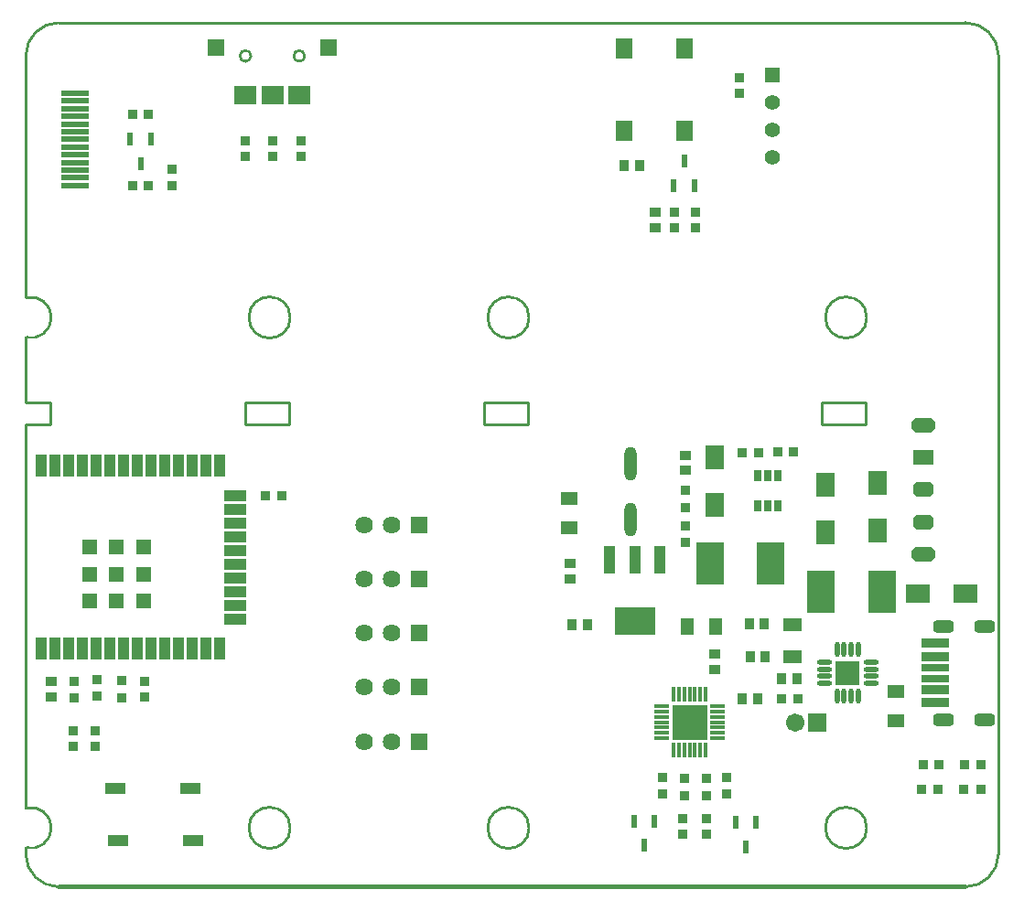
<source format=gts>
G04*
G04 #@! TF.GenerationSoftware,Altium Limited,Altium Designer,20.2.6 (244)*
G04*
G04 Layer_Color=8388736*
%FSLAX24Y24*%
%MOIN*%
G70*
G04*
G04 #@! TF.SameCoordinates,2017631A-D77C-4579-BA5B-B5A4186395AE*
G04*
G04*
G04 #@! TF.FilePolarity,Negative*
G04*
G01*
G75*
%ADD11C,0.0100*%
%ADD17C,0.0080*%
%ADD51R,0.0380X0.0358*%
%ADD52R,0.0249X0.0461*%
%ADD53R,0.0355X0.0355*%
%ADD54R,0.0355X0.0355*%
%ADD55R,0.0358X0.0380*%
%ADD56R,0.0900X0.0709*%
%ADD57R,0.1040X0.0355*%
%ADD58R,0.1040X0.0316*%
%ADD59R,0.0906X0.0906*%
%ADD60O,0.0540X0.0178*%
%ADD61O,0.0178X0.0540*%
%ADD62R,0.0355X0.0394*%
%ADD63R,0.0710X0.0515*%
%ADD64R,0.0394X0.0355*%
%ADD65R,0.1024X0.1536*%
%ADD66R,0.0709X0.0900*%
%ADD67R,0.0257X0.0434*%
%ADD68O,0.0440X0.1240*%
%ADD69O,0.0540X0.0150*%
%ADD70R,0.1280X0.1280*%
%ADD71O,0.0150X0.0540*%
%ADD72R,0.0512X0.0591*%
%ADD73R,0.1457X0.1012*%
%ADD74R,0.0426X0.1012*%
%ADD75R,0.0740X0.0440*%
%ADD76R,0.0640X0.0740*%
%ADD77R,0.0640X0.0640*%
%ADD78R,0.0790X0.0650*%
%ADD79R,0.1040X0.0200*%
%ADD80R,0.0827X0.0394*%
%ADD81R,0.0394X0.0827*%
%ADD82R,0.0564X0.0564*%
%ADD83R,0.0591X0.0512*%
G04:AMPARAMS|DCode=84|XSize=54mil|YSize=84mil|CornerRadius=0mil|HoleSize=0mil|Usage=FLASHONLY|Rotation=270.000|XOffset=0mil|YOffset=0mil|HoleType=Round|Shape=Octagon|*
%AMOCTAGOND84*
4,1,8,0.0420,0.0135,0.0420,-0.0135,0.0285,-0.0270,-0.0285,-0.0270,-0.0420,-0.0135,-0.0420,0.0135,-0.0285,0.0270,0.0285,0.0270,0.0420,0.0135,0.0*
%
%ADD84OCTAGOND84*%

%ADD85R,0.0740X0.0540*%
G04:AMPARAMS|DCode=86|XSize=54mil|YSize=74mil|CornerRadius=0mil|HoleSize=0mil|Usage=FLASHONLY|Rotation=270.000|XOffset=0mil|YOffset=0mil|HoleType=Round|Shape=Octagon|*
%AMOCTAGOND86*
4,1,8,0.0370,0.0135,0.0370,-0.0135,0.0235,-0.0270,-0.0235,-0.0270,-0.0370,-0.0135,-0.0370,0.0135,-0.0235,0.0270,0.0235,0.0270,0.0370,0.0135,0.0*
%
%ADD86OCTAGOND86*%

G04:AMPARAMS|DCode=87|XSize=43.4mil|YSize=74.9mil|CornerRadius=11.8mil|HoleSize=0mil|Usage=FLASHONLY|Rotation=90.000|XOffset=0mil|YOffset=0mil|HoleType=Round|Shape=RoundedRectangle|*
%AMROUNDEDRECTD87*
21,1,0.0434,0.0512,0,0,90.0*
21,1,0.0197,0.0749,0,0,90.0*
1,1,0.0237,0.0256,0.0098*
1,1,0.0237,0.0256,-0.0098*
1,1,0.0237,-0.0256,-0.0098*
1,1,0.0237,-0.0256,0.0098*
%
%ADD87ROUNDEDRECTD87*%
%ADD88C,0.0550*%
%ADD89R,0.0550X0.0550*%
%ADD90C,0.0670*%
%ADD91R,0.0670X0.0670*%
%ADD92C,0.0640*%
D11*
X42520Y48230D02*
G03*
X42520Y48230I-200J0D01*
G01*
X44480D02*
G03*
X44480Y48230I-200J0D01*
G01*
X69750Y48250D02*
G03*
X68550Y49442I-1196J-4D01*
G01*
X35520D02*
G03*
X34320Y48242I0J-1200D01*
G01*
X68550Y17950D02*
G03*
X69750Y19150I0J1200D01*
G01*
X34320Y19142D02*
G03*
X35520Y17950I1196J4D01*
G01*
X34320Y19372D02*
G03*
X34319Y20828I180J728D01*
G01*
X34324Y37971D02*
G03*
X34325Y39429I176J729D01*
G01*
X64950Y20100D02*
G03*
X64950Y20100I-750J0D01*
G01*
X64950Y38700D02*
G03*
X64950Y38700I-750J0D01*
G01*
X43950Y38700D02*
G03*
X43950Y38700I-750J0D01*
G01*
Y20100D02*
G03*
X43950Y20100I-750J0D01*
G01*
X52650Y38700D02*
G03*
X52650Y38700I-750J0D01*
G01*
X52650Y20100D02*
G03*
X52650Y20100I-750J0D01*
G01*
X34320Y39434D02*
Y48242D01*
X35520Y49442D02*
X68550D01*
X69750Y19150D02*
Y48250D01*
X35520Y17950D02*
X68550D01*
X34320Y19142D02*
Y19372D01*
X34319Y35600D02*
Y37971D01*
Y35600D02*
X35200D01*
X34319Y34800D02*
X34319Y20828D01*
X63300Y34800D02*
Y35600D01*
X64900Y34800D02*
Y35600D01*
X63300D02*
X64900D01*
X63300Y34800D02*
X64900D01*
X51000D02*
X52600D01*
X51000Y35600D02*
X52600D01*
Y34800D02*
Y35600D01*
X51000Y34800D02*
Y35600D01*
X42300Y34800D02*
X43900D01*
X42300Y35600D02*
X43900D01*
Y34800D02*
Y35600D01*
X42300Y34800D02*
Y35600D01*
X35200Y34800D02*
Y35600D01*
X34319Y34800D02*
X35200D01*
D17*
X68550Y17900D02*
G03*
X68600Y17950I0J50D01*
G01*
D02*
G03*
X68550Y18000I-50J0D01*
G01*
X35520D02*
G03*
X35520Y17900I0J-50D01*
G01*
X68550D01*
X35520Y18000D02*
X68550D01*
D51*
X58250Y19853D02*
D03*
Y20447D02*
D03*
X59100Y19853D02*
D03*
Y20447D02*
D03*
X59850Y21937D02*
D03*
Y21344D02*
D03*
X57500Y21937D02*
D03*
Y21344D02*
D03*
X58350Y31097D02*
D03*
Y30503D02*
D03*
X38650Y24853D02*
D03*
Y25447D02*
D03*
X36930Y24900D02*
D03*
Y25493D02*
D03*
X36070Y24850D02*
D03*
Y25443D02*
D03*
X36850Y23647D02*
D03*
Y23053D02*
D03*
X36050Y23647D02*
D03*
Y23053D02*
D03*
X60300Y46853D02*
D03*
Y47447D02*
D03*
X58700Y41953D02*
D03*
Y42547D02*
D03*
X57950Y41953D02*
D03*
Y42547D02*
D03*
X44350Y44553D02*
D03*
Y45147D02*
D03*
X43300Y44553D02*
D03*
Y45147D02*
D03*
X42300Y44553D02*
D03*
Y45147D02*
D03*
X39650Y44097D02*
D03*
Y43503D02*
D03*
D52*
X60924Y20297D02*
D03*
X60176D02*
D03*
X60550Y19403D02*
D03*
X57224Y20347D02*
D03*
X56476D02*
D03*
X56850Y19453D02*
D03*
X57926Y43503D02*
D03*
X58674D02*
D03*
X58300Y44397D02*
D03*
X38874Y45197D02*
D03*
X38126D02*
D03*
X38500Y44303D02*
D03*
D53*
X59101Y21285D02*
D03*
X59098Y21915D02*
D03*
X58318Y21285D02*
D03*
X58315Y21915D02*
D03*
X58349Y32415D02*
D03*
X58351Y31785D02*
D03*
X37825Y24835D02*
D03*
X37822Y25465D02*
D03*
D54*
X69115Y21501D02*
D03*
X68485Y21499D02*
D03*
X69130Y22403D02*
D03*
X68500Y22400D02*
D03*
D55*
X67550Y21500D02*
D03*
X66957D02*
D03*
X67597Y22400D02*
D03*
X67003D02*
D03*
X61857Y24800D02*
D03*
X62450D02*
D03*
X60407Y33775D02*
D03*
X61000D02*
D03*
X38203Y43500D02*
D03*
X38797D02*
D03*
X38203Y46100D02*
D03*
X38797D02*
D03*
X43053Y32200D02*
D03*
X43647D02*
D03*
X61703Y33800D02*
D03*
X62297D02*
D03*
D56*
X66800Y28650D02*
D03*
X68532D02*
D03*
D57*
X67450Y25150D02*
D03*
Y26829D02*
D03*
Y24684D02*
D03*
Y26350D02*
D03*
D58*
Y25550D02*
D03*
Y25950D02*
D03*
D59*
X64250Y25750D02*
D03*
D60*
X63402Y25372D02*
D03*
Y25628D02*
D03*
Y25884D02*
D03*
Y26140D02*
D03*
X65098Y26138D02*
D03*
Y25882D02*
D03*
Y25626D02*
D03*
Y25370D02*
D03*
D61*
X64128Y24902D02*
D03*
X63872D02*
D03*
X64640D02*
D03*
X64384D02*
D03*
X64128Y26598D02*
D03*
X63872D02*
D03*
X64640D02*
D03*
X64384D02*
D03*
D62*
X61850Y25550D02*
D03*
X62401D02*
D03*
X60674Y27550D02*
D03*
X61226D02*
D03*
X60700Y26350D02*
D03*
X61251D02*
D03*
X60976Y24800D02*
D03*
X60424D02*
D03*
X56124Y44250D02*
D03*
X56676D02*
D03*
X54776Y27500D02*
D03*
X54224D02*
D03*
D63*
X62250D02*
D03*
Y26336D02*
D03*
D64*
X59400Y26426D02*
D03*
Y25874D02*
D03*
X58350Y33124D02*
D03*
Y33676D02*
D03*
X35250Y24874D02*
D03*
Y25426D02*
D03*
X57250Y41974D02*
D03*
Y42526D02*
D03*
X54150Y29726D02*
D03*
Y29174D02*
D03*
D65*
X63295Y28700D02*
D03*
X65500D02*
D03*
X61450Y29750D02*
D03*
X59245D02*
D03*
D66*
X65350Y32666D02*
D03*
Y30934D02*
D03*
X63450Y32616D02*
D03*
Y30884D02*
D03*
X59400Y33616D02*
D03*
Y31884D02*
D03*
D67*
X60976Y32951D02*
D03*
X61350D02*
D03*
X61724D02*
D03*
Y31849D02*
D03*
X61350D02*
D03*
X60976D02*
D03*
D68*
X56350Y31320D02*
D03*
Y33380D02*
D03*
D69*
X57495Y24541D02*
D03*
Y23359D02*
D03*
Y23556D02*
D03*
Y23753D02*
D03*
Y23950D02*
D03*
Y24147D02*
D03*
Y24344D02*
D03*
X59505Y24541D02*
D03*
Y24344D02*
D03*
Y24147D02*
D03*
Y23950D02*
D03*
Y23753D02*
D03*
Y23556D02*
D03*
Y23359D02*
D03*
D70*
X58500Y23950D02*
D03*
D71*
X59091Y22945D02*
D03*
X58894D02*
D03*
X58697D02*
D03*
X58500D02*
D03*
X58303D02*
D03*
X58106D02*
D03*
X57909D02*
D03*
Y24955D02*
D03*
X58106D02*
D03*
X58303D02*
D03*
X58500D02*
D03*
X58697D02*
D03*
X58894D02*
D03*
X59091D02*
D03*
D72*
X58400Y27450D02*
D03*
X59463D02*
D03*
D73*
X56500Y27634D02*
D03*
D74*
X55595Y29866D02*
D03*
X56500D02*
D03*
X57406D02*
D03*
D75*
X40428Y19650D02*
D03*
X37672D02*
D03*
X40328Y21550D02*
D03*
X37572D02*
D03*
D76*
X56100Y48500D02*
D03*
Y45500D02*
D03*
X58300Y48500D02*
D03*
Y45500D02*
D03*
D77*
X41250Y48550D02*
D03*
X45350D02*
D03*
X48650Y27200D02*
D03*
Y25225D02*
D03*
Y23250D02*
D03*
Y31150D02*
D03*
Y29175D02*
D03*
D78*
X43300Y46800D02*
D03*
X44280D02*
D03*
X42320D02*
D03*
D79*
X36100Y43790D02*
D03*
Y44070D02*
D03*
Y43510D02*
D03*
Y44350D02*
D03*
Y44630D02*
D03*
Y44910D02*
D03*
Y45190D02*
D03*
Y45470D02*
D03*
Y45750D02*
D03*
Y46030D02*
D03*
Y46310D02*
D03*
Y46590D02*
D03*
Y46870D02*
D03*
D80*
X41960Y28216D02*
D03*
Y29716D02*
D03*
Y31216D02*
D03*
Y32216D02*
D03*
Y27716D02*
D03*
D03*
Y28716D02*
D03*
Y29216D02*
D03*
Y30216D02*
D03*
Y30716D02*
D03*
Y31716D02*
D03*
D81*
X35382Y26619D02*
D03*
X35882D02*
D03*
X36381D02*
D03*
X36881D02*
D03*
X37381D02*
D03*
X37882D02*
D03*
X38382D02*
D03*
X38881D02*
D03*
X39381D02*
D03*
X39881D02*
D03*
X40381D02*
D03*
X34881Y33312D02*
D03*
D03*
X35382D02*
D03*
X35882D02*
D03*
X36381D02*
D03*
X36881D02*
D03*
X37381D02*
D03*
X37882D02*
D03*
X38382D02*
D03*
X38881D02*
D03*
X39381D02*
D03*
X39881D02*
D03*
X40381D02*
D03*
X40882D02*
D03*
X34881Y26619D02*
D03*
D03*
X40882D02*
D03*
X41382D02*
D03*
Y33312D02*
D03*
D82*
X36632Y28366D02*
D03*
D03*
Y29350D02*
D03*
Y30334D02*
D03*
Y28366D02*
D03*
D03*
Y29350D02*
D03*
Y30334D02*
D03*
X37616Y28366D02*
D03*
D03*
Y29350D02*
D03*
Y30334D02*
D03*
X38600Y28366D02*
D03*
D03*
Y29350D02*
D03*
Y30334D02*
D03*
D83*
X66000Y25064D02*
D03*
Y24001D02*
D03*
X54100Y31051D02*
D03*
Y32114D02*
D03*
D84*
X67000Y30057D02*
D03*
Y34781D02*
D03*
D85*
Y33600D02*
D03*
D86*
Y32419D02*
D03*
Y31238D02*
D03*
D87*
X69246Y27448D02*
D03*
Y24046D02*
D03*
X67750D02*
D03*
Y27448D02*
D03*
D88*
X61500Y45550D02*
D03*
Y46550D02*
D03*
Y44550D02*
D03*
D89*
Y47550D02*
D03*
D90*
X62363Y23950D02*
D03*
D91*
X63150D02*
D03*
D92*
X47650Y27200D02*
D03*
X46650D02*
D03*
X47650Y25225D02*
D03*
X46650D02*
D03*
X47650Y23250D02*
D03*
X46650D02*
D03*
X47650Y31150D02*
D03*
X46650D02*
D03*
X47650Y29175D02*
D03*
X46650D02*
D03*
M02*

</source>
